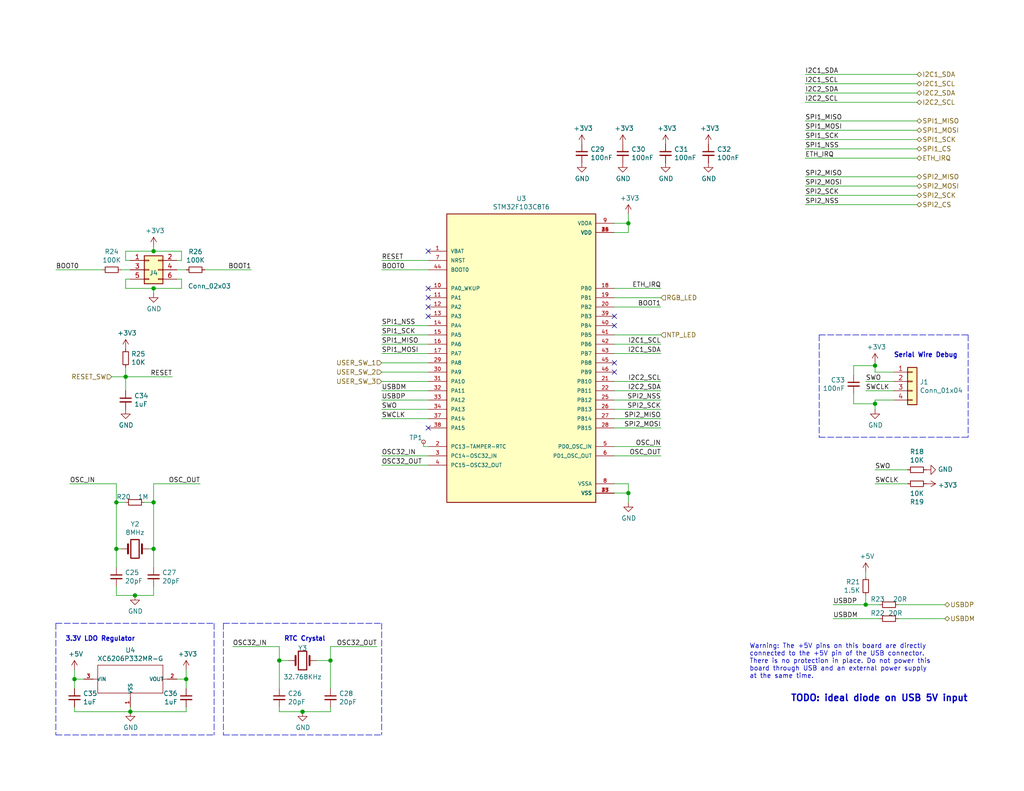
<source format=kicad_sch>
(kicad_sch (version 20201015) (generator eeschema)
  (paper "USLetter")
  (title_block (title "NA-01 Time Computer") (date "2021-03-26") (rev "B") (company "github.com/westrik") (comment 1 "MFW007"))
  (lib_symbols
    (symbol "Connector:TestPoint_Small" (pin_numbers hide) (pin_names (offset 0.762) hide)
      (property "Reference" "TP" (at 0 3.81 0))
      (property "Value" "TestPoint_Small" (at 0 2.032 0))
      (symbol "TestPoint_Small_0_1"
        (circle (center 0 0) (radius 0.508))
      )
      (symbol "TestPoint_Small_1_1"
        (pin passive line (at 0 0 90) (length 0) (name "1") (number "1"))
      )
    )
    (symbol "Connector_Generic:Conn_01x04" (pin_names (offset 1.016) hide)
      (property "Reference" "J" (at 0 5.08 0))
      (property "Value" "Conn_01x04" (at 0 -7.62 0))
      (symbol "Conn_01x04_1_1"
        (rectangle (start -1.27 -4.953) (end 0 -5.207) (stroke (width 0.1524)))
        (rectangle (start -1.27 -2.413) (end 0 -2.667) (stroke (width 0.1524)))
        (rectangle (start -1.27 2.667) (end 0 2.413) (stroke (width 0.1524)))
        (rectangle (start -1.27 3.81) (end 1.27 -6.35) (stroke (width 0.254)) (fill (type background)))
        (rectangle (start -1.27 0.127) (end 0 -0.127) (stroke (width 0.1524)))
        (pin passive line (at -5.08 2.54 0) (length 3.81) (name "Pin_1") (number "1"))
        (pin passive line (at -5.08 0 0) (length 3.81) (name "Pin_2") (number "2"))
        (pin passive line (at -5.08 -2.54 0) (length 3.81) (name "Pin_3") (number "3"))
        (pin passive line (at -5.08 -5.08 0) (length 3.81) (name "Pin_4") (number "4"))
      )
    )
    (symbol "Connector_Generic:Conn_02x03_Odd_Even" (pin_names (offset 1.016) hide)
      (property "Reference" "J" (at 1.27 5.08 0))
      (property "Value" "Conn_02x03_Odd_Even" (at 1.27 -5.08 0))
      (symbol "Conn_02x03_Odd_Even_1_1"
        (rectangle (start -1.27 -2.413) (end 0 -2.667) (stroke (width 0.1524)))
        (rectangle (start -1.27 2.667) (end 0 2.413) (stroke (width 0.1524)))
        (rectangle (start -1.27 3.81) (end 3.81 -3.81) (stroke (width 0.254)) (fill (type background)))
        (rectangle (start -1.27 0.127) (end 0 -0.127) (stroke (width 0.1524)))
        (rectangle (start 3.81 -2.413) (end 2.54 -2.667) (stroke (width 0.1524)))
        (rectangle (start 3.81 2.667) (end 2.54 2.413) (stroke (width 0.1524)))
        (rectangle (start 3.81 0.127) (end 2.54 -0.127) (stroke (width 0.1524)))
        (pin passive line (at -5.08 2.54 0) (length 3.81) (name "Pin_1") (number "1"))
        (pin passive line (at 7.62 2.54 180) (length 3.81) (name "Pin_2") (number "2"))
        (pin passive line (at -5.08 0 0) (length 3.81) (name "Pin_3") (number "3"))
        (pin passive line (at 7.62 0 180) (length 3.81) (name "Pin_4") (number "4"))
        (pin passive line (at -5.08 -2.54 0) (length 3.81) (name "Pin_5") (number "5"))
        (pin passive line (at 7.62 -2.54 180) (length 3.81) (name "Pin_6") (number "6"))
      )
    )
    (symbol "Device:C_Small" (pin_numbers hide) (pin_names (offset 0.254) hide)
      (property "Reference" "C" (at 0.254 1.778 0))
      (property "Value" "C_Small" (at 0.254 -2.032 0))
      (symbol "C_Small_0_1"
        (polyline (pts (xy -1.524 -0.508) (xy 1.524 -0.508)) (stroke (width 0.3302)))
        (polyline (pts (xy -1.524 0.508) (xy 1.524 0.508)) (stroke (width 0.3048)))
      )
      (symbol "C_Small_1_1"
        (pin passive line (at 0 2.54 270) (length 2.032) (name "~") (number "1"))
        (pin passive line (at 0 -2.54 90) (length 2.032) (name "~") (number "2"))
      )
    )
    (symbol "Device:Crystal" (pin_numbers hide) (pin_names (offset 1.016) hide)
      (property "Reference" "Y" (at 0 3.81 0))
      (property "Value" "Crystal" (at 0 -3.81 0))
      (symbol "Crystal_0_1"
        (rectangle (start -1.143 2.54) (end 1.143 -2.54) (stroke (width 0.3048)))
        (polyline (pts (xy -2.54 0) (xy -1.905 0)))
        (polyline (pts (xy -1.905 -1.27) (xy -1.905 1.27)) (stroke (width 0.508)))
        (polyline (pts (xy 1.905 -1.27) (xy 1.905 1.27)) (stroke (width 0.508)))
        (polyline (pts (xy 2.54 0) (xy 1.905 0)))
      )
      (symbol "Crystal_1_1"
        (pin passive line (at -3.81 0 0) (length 1.27) (name "1") (number "1"))
        (pin passive line (at 3.81 0 180) (length 1.27) (name "2") (number "2"))
      )
    )
    (symbol "Device:R_Small" (pin_numbers hide) (pin_names (offset 0.254) hide)
      (property "Reference" "R" (at 0.762 0.508 0))
      (property "Value" "R_Small" (at 0.762 -1.016 0))
      (symbol "R_Small_0_1"
        (rectangle (start -0.762 1.778) (end 0.762 -1.778) (stroke (width 0.2032)))
      )
      (symbol "R_Small_1_1"
        (pin passive line (at 0 2.54 270) (length 0.762) (name "~") (number "1"))
        (pin passive line (at 0 -2.54 90) (length 0.762) (name "~") (number "2"))
      )
    )
    (symbol "PMIC-LDO-XC6206P332MR-G_SOT23_:PMIC-LDO-XC6206P332MR-G(SOT23)" (pin_names (offset 1.016))
      (property "Reference" "U" (at -8.89 5.08 0))
      (property "Value" "PMIC-LDO-XC6206P332MR-G(SOT23)" (at -1.27 5.08 0))
      (symbol "PMIC-LDO-XC6206P332MR-G(SOT23)_0_0"
        (polyline (pts (xy -8.89 3.81) (xy 8.89 3.81)) (stroke (width 0.1524)))
        (polyline (pts (xy 8.89 3.81) (xy 8.89 0)) (stroke (width 0.1524)))
        (polyline (pts (xy 8.89 0) (xy 8.89 -3.81)) (stroke (width 0.1524)))
        (polyline (pts (xy 8.89 -3.81) (xy 0 -3.81)) (stroke (width 0.1524)))
        (polyline (pts (xy 0 -3.81) (xy -8.89 -3.81)) (stroke (width 0.1524)))
        (polyline (pts (xy -8.89 -3.81) (xy -8.89 0)) (stroke (width 0.1524)))
        (polyline (pts (xy -8.89 0) (xy -8.89 3.81)) (stroke (width 0.1524)))
        (polyline (pts (xy -10.16 0) (xy -8.89 0)) (stroke (width 0.1524)))
        (polyline (pts (xy 0 -5.08) (xy 0 -3.81)) (stroke (width 0.1524)))
        (polyline (pts (xy 10.16 0) (xy 8.89 0)) (stroke (width 0.1524)))
        (pin input line (at -12.7 0 0) (length 2.54) (name "VIN") (number "3"))
        (pin output line (at 12.7 0 180) (length 2.54) (name "VOUT") (number "2"))
        (pin output line (at 0 -7.62 90) (length 2.54) (name "VSS") (number "1"))
      )
    )
    (symbol "STM32F103C8T6:STM32F103C8T6" (pin_names (offset 1.016))
      (property "Reference" "U" (at -20.32 41.275 0))
      (property "Value" "STM32F103C8T6" (at -20.32 -40.64 0))
      (symbol "STM32F103C8T6_0_0"
        (rectangle (start -20.32 -38.1) (end 20.32 40.64) (stroke (width 0.254)) (fill (type background)))
        (pin bidirectional line (at -25.4 30.48 0) (length 5.08) (name "VBAT") (number "1"))
        (pin bidirectional line (at -25.4 -22.86 0) (length 5.08) (name "PC13-TAMPER-RTC") (number "2"))
        (pin bidirectional line (at -25.4 -25.4 0) (length 5.08) (name "PC14-OSC32_IN") (number "3"))
        (pin bidirectional line (at -25.4 -27.94 0) (length 5.08) (name "PC15-OSC32_OUT") (number "4"))
        (pin bidirectional line (at 25.4 -22.86 180) (length 5.08) (name "PD0_OSC_IN") (number "5"))
        (pin bidirectional line (at 25.4 -25.4 180) (length 5.08) (name "PD1_OSC_OUT") (number "6"))
        (pin input line (at -25.4 27.94 0) (length 5.08) (name "NRST") (number "7"))
        (pin power_in line (at 25.4 -33.02 180) (length 5.08) (name "VSSA") (number "8"))
        (pin power_in line (at 25.4 38.1 180) (length 5.08) (name "VDDA") (number "9"))
        (pin bidirectional line (at -25.4 20.32 0) (length 5.08) (name "PA0_WKUP") (number "10"))
        (pin bidirectional line (at -25.4 17.78 0) (length 5.08) (name "PA1") (number "11"))
        (pin bidirectional line (at -25.4 15.24 0) (length 5.08) (name "PA2") (number "12"))
        (pin bidirectional line (at -25.4 12.7 0) (length 5.08) (name "PA3") (number "13"))
        (pin bidirectional line (at -25.4 10.16 0) (length 5.08) (name "PA4") (number "14"))
        (pin bidirectional line (at -25.4 7.62 0) (length 5.08) (name "PA5") (number "15"))
        (pin bidirectional line (at -25.4 5.08 0) (length 5.08) (name "PA6") (number "16"))
        (pin bidirectional line (at -25.4 2.54 0) (length 5.08) (name "PA7") (number "17"))
        (pin bidirectional line (at 25.4 20.32 180) (length 5.08) (name "PB0") (number "18"))
        (pin bidirectional line (at 25.4 17.78 180) (length 5.08) (name "PB1") (number "19"))
        (pin bidirectional line (at 25.4 15.24 180) (length 5.08) (name "PB2") (number "20"))
        (pin bidirectional line (at 25.4 -5.08 180) (length 5.08) (name "PB10") (number "21"))
        (pin bidirectional line (at 25.4 -7.62 180) (length 5.08) (name "PB11") (number "22"))
        (pin power_in line (at 25.4 -35.56 180) (length 5.08) (name "VSS") (number "23"))
        (pin power_in line (at 25.4 -35.56 180) (length 5.08) (name "VSS") (number "35"))
        (pin power_in line (at 25.4 -35.56 180) (length 5.08) (name "VSS") (number "47"))
        (pin power_in line (at 25.4 35.56 180) (length 5.08) (name "VDD") (number "24"))
        (pin power_in line (at 25.4 35.56 180) (length 5.08) (name "VDD") (number "36"))
        (pin power_in line (at 25.4 35.56 180) (length 5.08) (name "VDD") (number "48"))
        (pin bidirectional line (at 25.4 -10.16 180) (length 5.08) (name "PB12") (number "25"))
        (pin bidirectional line (at 25.4 -12.7 180) (length 5.08) (name "PB13") (number "26"))
        (pin bidirectional line (at 25.4 -15.24 180) (length 5.08) (name "PB14") (number "27"))
        (pin bidirectional line (at 25.4 -17.78 180) (length 5.08) (name "PB15") (number "28"))
        (pin bidirectional line (at -25.4 0 0) (length 5.08) (name "PA8") (number "29"))
        (pin bidirectional line (at -25.4 -2.54 0) (length 5.08) (name "PA9") (number "30"))
        (pin bidirectional line (at -25.4 -5.08 0) (length 5.08) (name "PA10") (number "31"))
        (pin bidirectional line (at -25.4 -7.62 0) (length 5.08) (name "PA11") (number "32"))
        (pin bidirectional line (at -25.4 -10.16 0) (length 5.08) (name "PA12") (number "33"))
        (pin bidirectional line (at -25.4 -12.7 0) (length 5.08) (name "PA13") (number "34"))
        (pin bidirectional line (at -25.4 -15.24 0) (length 5.08) (name "PA14") (number "37"))
        (pin bidirectional line (at -25.4 -17.78 0) (length 5.08) (name "PA15") (number "38"))
        (pin bidirectional line (at 25.4 12.7 180) (length 5.08) (name "PB3") (number "39"))
        (pin bidirectional line (at 25.4 10.16 180) (length 5.08) (name "PB4") (number "40"))
        (pin bidirectional line (at 25.4 7.62 180) (length 5.08) (name "PB5") (number "41"))
        (pin bidirectional line (at 25.4 5.08 180) (length 5.08) (name "PB6") (number "42"))
        (pin bidirectional line (at 25.4 2.54 180) (length 5.08) (name "PB7") (number "43"))
        (pin input line (at -25.4 25.4 0) (length 5.08) (name "BOOT0") (number "44"))
        (pin bidirectional line (at 25.4 0 180) (length 5.08) (name "PB8") (number "45"))
        (pin bidirectional line (at 25.4 -2.54 180) (length 5.08) (name "PB9") (number "46"))
      )
    )
    (symbol "power:+3V3" (power) (pin_names (offset 0))
      (property "Value" "+3V3" (at 0 3.556 0))
      (symbol "+3V3_0_1"
        (polyline (pts (xy -0.762 1.27) (xy 0 2.54)))
        (polyline (pts (xy 0 0) (xy 0 2.54)))
        (polyline (pts (xy 0 2.54) (xy 0.762 1.27)))
      )
      (symbol "+3V3_1_1"
        (pin power_in line (at 0 0 90) (length 0) hide (name "+3V3") (number "1"))
      )
    )
    (symbol "power:+5V" (power) (pin_names (offset 0))
      (property "Value" "+5V" (at 0 3.556 0))
      (symbol "+5V_0_1"
        (polyline (pts (xy -0.762 1.27) (xy 0 2.54)))
        (polyline (pts (xy 0 0) (xy 0 2.54)))
        (polyline (pts (xy 0 2.54) (xy 0.762 1.27)))
      )
      (symbol "+5V_1_1"
        (pin power_in line (at 0 0 90) (length 0) hide (name "+5V") (number "1"))
      )
    )
    (symbol "power:GND" (power) (pin_names (offset 0))
      (property "Value" "GND" (at 0 -3.81 0))
      (symbol "GND_0_1"
        (polyline (pts (xy 0 0) (xy 0 -1.27) (xy 1.27 -1.27) (xy 0 -2.54) (xy -1.27 -1.27) (xy 0 -1.27)))
      )
      (symbol "GND_1_1"
        (pin power_in line (at 0 0 270) (length 0) hide (name "GND") (number "1"))
      )
    )
  )
  (junction (at 20.32 185.42) (diameter 1.016))
  (junction (at 31.75 137.16) (diameter 1.016))
  (junction (at 31.75 149.86) (diameter 1.016))
  (junction (at 34.29 102.87) (diameter 1.016))
  (junction (at 35.56 194.31) (diameter 1.016))
  (junction (at 36.83 162.56) (diameter 1.016))
  (junction (at 41.91 68.58) (diameter 1.016))
  (junction (at 41.91 78.74) (diameter 1.016))
  (junction (at 41.91 137.16) (diameter 1.016))
  (junction (at 41.91 149.86) (diameter 1.016))
  (junction (at 50.8 185.42) (diameter 1.016))
  (junction (at 76.2 180.34) (diameter 1.016))
  (junction (at 82.55 194.31) (diameter 1.016))
  (junction (at 90.17 180.34) (diameter 1.016))
  (junction (at 171.45 60.96) (diameter 1.016))
  (junction (at 171.45 134.62) (diameter 1.016))
  (junction (at 236.22 165.1) (diameter 1.016))
  (junction (at 238.76 99.822) (diameter 1.016))
  (junction (at 238.76 110.236) (diameter 1.016))
  (no_connect (at 116.84 68.58))
  (no_connect (at 116.84 78.74))
  (no_connect (at 116.84 81.28))
  (no_connect (at 116.84 83.82))
  (no_connect (at 116.84 86.36))
  (no_connect (at 116.84 116.84))
  (no_connect (at 167.64 86.36))
  (no_connect (at 167.64 88.9))
  (no_connect (at 167.64 99.06))
  (no_connect (at 167.64 101.6))
  (wire (pts (xy 15.24 73.66) (xy 27.94 73.66)))
  (wire (pts (xy 19.05 132.08) (xy 31.75 132.08)))
  (wire (pts (xy 20.32 182.88) (xy 20.32 185.42)))
  (wire (pts (xy 20.32 185.42) (xy 20.32 187.96)))
  (wire (pts (xy 20.32 185.42) (xy 22.86 185.42)))
  (wire (pts (xy 20.32 193.04) (xy 20.32 194.31)))
  (wire (pts (xy 20.32 194.31) (xy 35.56 194.31)))
  (wire (pts (xy 31.75 132.08) (xy 31.75 137.16)))
  (wire (pts (xy 31.75 137.16) (xy 31.75 149.86)))
  (wire (pts (xy 31.75 149.86) (xy 31.75 154.94)))
  (wire (pts (xy 31.75 162.56) (xy 31.75 160.02)))
  (wire (pts (xy 33.02 73.66) (xy 35.56 73.66)))
  (wire (pts (xy 33.02 149.86) (xy 31.75 149.86)))
  (wire (pts (xy 34.29 68.58) (xy 41.91 68.58)))
  (wire (pts (xy 34.29 71.12) (xy 34.29 68.58)))
  (wire (pts (xy 34.29 76.2) (xy 34.29 78.74)))
  (wire (pts (xy 34.29 78.74) (xy 41.91 78.74)))
  (wire (pts (xy 34.29 100.33) (xy 34.29 102.87)))
  (wire (pts (xy 34.29 102.87) (xy 30.48 102.87)))
  (wire (pts (xy 34.29 102.87) (xy 34.29 106.68)))
  (wire (pts (xy 34.29 137.16) (xy 31.75 137.16)))
  (wire (pts (xy 35.56 71.12) (xy 34.29 71.12)))
  (wire (pts (xy 35.56 76.2) (xy 34.29 76.2)))
  (wire (pts (xy 35.56 193.04) (xy 35.56 194.31)))
  (wire (pts (xy 35.56 194.31) (xy 50.8 194.31)))
  (wire (pts (xy 36.83 162.56) (xy 31.75 162.56)))
  (wire (pts (xy 39.37 137.16) (xy 41.91 137.16)))
  (wire (pts (xy 40.64 149.86) (xy 41.91 149.86)))
  (wire (pts (xy 41.91 68.58) (xy 41.91 67.31)))
  (wire (pts (xy 41.91 68.58) (xy 49.53 68.58)))
  (wire (pts (xy 41.91 78.74) (xy 41.91 80.01)))
  (wire (pts (xy 41.91 78.74) (xy 49.53 78.74)))
  (wire (pts (xy 41.91 132.08) (xy 41.91 137.16)))
  (wire (pts (xy 41.91 137.16) (xy 41.91 149.86)))
  (wire (pts (xy 41.91 149.86) (xy 41.91 154.94)))
  (wire (pts (xy 41.91 160.02) (xy 41.91 162.56)))
  (wire (pts (xy 41.91 162.56) (xy 36.83 162.56)))
  (wire (pts (xy 46.99 102.87) (xy 34.29 102.87)))
  (wire (pts (xy 48.26 71.12) (xy 49.53 71.12)))
  (wire (pts (xy 48.26 73.66) (xy 50.8 73.66)))
  (wire (pts (xy 48.26 76.2) (xy 49.53 76.2)))
  (wire (pts (xy 48.26 185.42) (xy 50.8 185.42)))
  (wire (pts (xy 49.53 71.12) (xy 49.53 68.58)))
  (wire (pts (xy 49.53 76.2) (xy 49.53 78.74)))
  (wire (pts (xy 50.8 185.42) (xy 50.8 182.88)))
  (wire (pts (xy 50.8 185.42) (xy 50.8 187.96)))
  (wire (pts (xy 50.8 193.04) (xy 50.8 194.31)))
  (wire (pts (xy 54.61 132.08) (xy 41.91 132.08)))
  (wire (pts (xy 63.5 176.53) (xy 76.2 176.53)))
  (wire (pts (xy 68.58 73.66) (xy 55.88 73.66)))
  (wire (pts (xy 76.2 176.53) (xy 76.2 180.34)))
  (wire (pts (xy 76.2 180.34) (xy 76.2 187.96)))
  (wire (pts (xy 76.2 193.04) (xy 76.2 194.31)))
  (wire (pts (xy 76.2 194.31) (xy 82.55 194.31)))
  (wire (pts (xy 78.74 180.34) (xy 76.2 180.34)))
  (wire (pts (xy 82.55 194.31) (xy 90.17 194.31)))
  (wire (pts (xy 90.17 176.53) (xy 90.17 180.34)))
  (wire (pts (xy 90.17 180.34) (xy 86.36 180.34)))
  (wire (pts (xy 90.17 187.96) (xy 90.17 180.34)))
  (wire (pts (xy 90.17 194.31) (xy 90.17 193.04)))
  (wire (pts (xy 102.87 176.53) (xy 90.17 176.53)))
  (wire (pts (xy 104.14 71.12) (xy 116.84 71.12)))
  (wire (pts (xy 104.14 73.66) (xy 116.84 73.66)))
  (wire (pts (xy 104.14 88.9) (xy 116.84 88.9)))
  (wire (pts (xy 104.14 91.44) (xy 116.84 91.44)))
  (wire (pts (xy 104.14 93.98) (xy 116.84 93.98)))
  (wire (pts (xy 104.14 96.52) (xy 116.84 96.52)))
  (wire (pts (xy 104.14 99.06) (xy 116.84 99.06)))
  (wire (pts (xy 104.14 101.6) (xy 116.84 101.6)))
  (wire (pts (xy 104.14 104.14) (xy 116.84 104.14)))
  (wire (pts (xy 104.14 106.68) (xy 116.84 106.68)))
  (wire (pts (xy 104.14 109.22) (xy 116.84 109.22)))
  (wire (pts (xy 104.14 111.76) (xy 116.84 111.76)))
  (wire (pts (xy 104.14 114.3) (xy 116.84 114.3)))
  (wire (pts (xy 104.14 124.46) (xy 116.84 124.46)))
  (wire (pts (xy 104.14 127) (xy 116.84 127)))
  (wire (pts (xy 115.57 121.92) (xy 115.57 120.65)))
  (wire (pts (xy 116.84 121.92) (xy 115.57 121.92)))
  (wire (pts (xy 167.64 60.96) (xy 171.45 60.96)))
  (wire (pts (xy 167.64 63.5) (xy 171.45 63.5)))
  (wire (pts (xy 167.64 132.08) (xy 171.45 132.08)))
  (wire (pts (xy 167.64 134.62) (xy 171.45 134.62)))
  (wire (pts (xy 171.45 58.42) (xy 171.45 60.96)))
  (wire (pts (xy 171.45 60.96) (xy 171.45 63.5)))
  (wire (pts (xy 171.45 134.62) (xy 171.45 132.08)))
  (wire (pts (xy 171.45 137.16) (xy 171.45 134.62)))
  (wire (pts (xy 180.34 78.74) (xy 167.64 78.74)))
  (wire (pts (xy 180.34 81.28) (xy 167.64 81.28)))
  (wire (pts (xy 180.34 83.82) (xy 167.64 83.82)))
  (wire (pts (xy 180.34 91.44) (xy 167.64 91.44)))
  (wire (pts (xy 180.34 93.98) (xy 167.64 93.98)))
  (wire (pts (xy 180.34 96.52) (xy 167.64 96.52)))
  (wire (pts (xy 180.34 104.14) (xy 167.64 104.14)))
  (wire (pts (xy 180.34 106.68) (xy 167.64 106.68)))
  (wire (pts (xy 180.34 109.22) (xy 167.64 109.22)))
  (wire (pts (xy 180.34 111.76) (xy 167.64 111.76)))
  (wire (pts (xy 180.34 114.3) (xy 167.64 114.3)))
  (wire (pts (xy 180.34 116.84) (xy 167.64 116.84)))
  (wire (pts (xy 180.34 121.92) (xy 167.64 121.92)))
  (wire (pts (xy 180.34 124.46) (xy 167.64 124.46)))
  (wire (pts (xy 219.71 20.32) (xy 250.19 20.32)))
  (wire (pts (xy 219.71 22.86) (xy 250.19 22.86)))
  (wire (pts (xy 219.71 25.4) (xy 250.19 25.4)))
  (wire (pts (xy 219.71 27.94) (xy 250.19 27.94)))
  (wire (pts (xy 219.71 33.02) (xy 250.19 33.02)))
  (wire (pts (xy 219.71 35.56) (xy 250.19 35.56)))
  (wire (pts (xy 219.71 38.1) (xy 250.19 38.1)))
  (wire (pts (xy 219.71 40.64) (xy 250.19 40.64)))
  (wire (pts (xy 219.71 43.18) (xy 250.19 43.18)))
  (wire (pts (xy 219.71 48.26) (xy 250.19 48.26)))
  (wire (pts (xy 219.71 50.8) (xy 250.19 50.8)))
  (wire (pts (xy 219.71 53.34) (xy 250.19 53.34)))
  (wire (pts (xy 219.71 55.88) (xy 250.19 55.88)))
  (wire (pts (xy 227.33 165.1) (xy 236.22 165.1)))
  (wire (pts (xy 227.33 168.91) (xy 240.03 168.91)))
  (wire (pts (xy 232.918 99.822) (xy 238.76 99.822)))
  (wire (pts (xy 232.918 102.362) (xy 232.918 99.822)))
  (wire (pts (xy 232.918 107.442) (xy 232.918 110.236)))
  (wire (pts (xy 232.918 110.236) (xy 238.76 110.236)))
  (wire (pts (xy 236.22 104.14) (xy 243.84 104.14)))
  (wire (pts (xy 236.22 106.68) (xy 243.84 106.68)))
  (wire (pts (xy 236.22 156.21) (xy 236.22 157.48)))
  (wire (pts (xy 236.22 162.56) (xy 236.22 165.1)))
  (wire (pts (xy 236.22 165.1) (xy 240.03 165.1)))
  (wire (pts (xy 238.76 99.06) (xy 238.76 99.822)))
  (wire (pts (xy 238.76 99.822) (xy 238.76 101.6)))
  (wire (pts (xy 238.76 101.6) (xy 243.84 101.6)))
  (wire (pts (xy 238.76 109.22) (xy 238.76 110.236)))
  (wire (pts (xy 238.76 109.22) (xy 243.84 109.22)))
  (wire (pts (xy 238.76 110.236) (xy 238.76 111.76)))
  (wire (pts (xy 238.76 128.27) (xy 247.65 128.27)))
  (wire (pts (xy 238.76 132.08) (xy 247.65 132.08)))
  (wire (pts (xy 245.11 165.1) (xy 257.81 165.1)))
  (wire (pts (xy 245.11 168.91) (xy 257.81 168.91)))
  (polyline (pts (xy 15.24 170.18) (xy 15.24 200.66)) (stroke (width 0) (type dash)))
  (polyline (pts (xy 15.24 170.18) (xy 58.42 170.18)) (stroke (width 0) (type dash)))
  (polyline (pts (xy 15.24 200.66) (xy 58.42 200.66)) (stroke (width 0) (type dash)))
  (polyline (pts (xy 58.42 170.18) (xy 58.42 200.66)) (stroke (width 0) (type dash)))
  (polyline (pts (xy 60.96 170.18) (xy 60.96 200.66)) (stroke (width 0) (type dash)))
  (polyline (pts (xy 60.96 170.18) (xy 104.14 170.18)) (stroke (width 0) (type dash)))
  (polyline (pts (xy 60.96 200.66) (xy 104.14 200.66)) (stroke (width 0) (type dash)))
  (polyline (pts (xy 104.14 170.18) (xy 104.14 200.66)) (stroke (width 0) (type dash)))
  (polyline (pts (xy 223.52 91.44) (xy 223.52 119.38)) (stroke (width 0) (type dash)))
  (polyline (pts (xy 223.52 91.44) (xy 264.16 91.44)) (stroke (width 0) (type dash)))
  (polyline (pts (xy 223.52 119.38) (xy 264.16 119.38)) (stroke (width 0) (type dash)))
  (polyline (pts (xy 264.16 91.44) (xy 264.16 119.38)) (stroke (width 0) (type dash)))
  (text "3.3V LDO Regulator" (at 17.78 175.26 0) (effects (font (size 1.27 1.27) (thickness 0.254) bold) (justify left bottom)))
  (text "RTC Crystal" (at 77.47 175.26 0) (effects (font (size 1.27 1.27) (thickness 0.254) bold) (justify left bottom)))
  (text "Warning: The +5V pins on this board are directly \nconnected to the +5V pin of the USB connector.\nThere is no protection in place. Do not power this\nboard through USB and an external power supply\nat the same time." (at 204.47 185.42 0) (effects (font (size 1.27 1.27)) (justify left bottom)))
  (text "Serial Wire Debug" (at 243.84 97.79 0) (effects (font (size 1.27 1.27) (thickness 0.254) bold) (justify left bottom)))
  (text "TODO: ideal diode on USB 5V input" (at 264.16 191.77 180) (effects (font (size 1.778 1.778) (thickness 0.3556) bold) (justify right bottom)))
  (label "BOOT0" (at 15.24 73.66 0))
  (label "OSC_IN" (at 19.05 132.08 0))
  (label "RESET" (at 46.99 102.87 180))
  (label "OSC_OUT" (at 54.61 132.08 180))
  (label "OSC32_IN" (at 63.5 176.53 0))
  (label "BOOT1" (at 68.58 73.66 180))
  (label "OSC32_OUT" (at 102.87 176.53 180))
  (label "RESET" (at 104.14 71.12 0))
  (label "BOOT0" (at 104.14 73.66 0))
  (label "SPI1_NSS" (at 104.14 88.9 0))
  (label "SPI1_SCK" (at 104.14 91.44 0))
  (label "SPI1_MISO" (at 104.14 93.98 0))
  (label "SPI1_MOSI" (at 104.14 96.52 0))
  (label "USBDM" (at 104.14 106.68 0))
  (label "USBDP" (at 104.14 109.22 0))
  (label "SWO" (at 104.14 111.76 0))
  (label "SWCLK" (at 104.14 114.3 0))
  (label "OSC32_IN" (at 104.14 124.46 0))
  (label "OSC32_OUT" (at 104.14 127 0))
  (label "ETH_IRQ" (at 180.34 78.74 180))
  (label "BOOT1" (at 180.34 83.82 180))
  (label "I2C1_SCL" (at 180.34 93.98 180))
  (label "I2C1_SDA" (at 180.34 96.52 180))
  (label "I2C2_SCL" (at 180.34 104.14 180))
  (label "I2C2_SDA" (at 180.34 106.68 180))
  (label "SPI2_NSS" (at 180.34 109.22 180))
  (label "SPI2_SCK" (at 180.34 111.76 180))
  (label "SPI2_MISO" (at 180.34 114.3 180))
  (label "SPI2_MOSI" (at 180.34 116.84 180))
  (label "OSC_IN" (at 180.34 121.92 180))
  (label "OSC_OUT" (at 180.34 124.46 180))
  (label "I2C1_SDA" (at 219.71 20.32 0))
  (label "I2C1_SCL" (at 219.71 22.86 0))
  (label "I2C2_SDA" (at 219.71 25.4 0))
  (label "I2C2_SCL" (at 219.71 27.94 0))
  (label "SPI1_MISO" (at 219.71 33.02 0))
  (label "SPI1_MOSI" (at 219.71 35.56 0))
  (label "SPI1_SCK" (at 219.71 38.1 0))
  (label "SPI1_NSS" (at 219.71 40.64 0))
  (label "ETH_IRQ" (at 219.71 43.18 0))
  (label "SPI2_MISO" (at 219.71 48.26 0))
  (label "SPI2_MOSI" (at 219.71 50.8 0))
  (label "SPI2_SCK" (at 219.71 53.34 0))
  (label "SPI2_NSS" (at 219.71 55.88 0))
  (label "USBDP" (at 227.33 165.1 0))
  (label "USBDM" (at 227.33 168.91 0))
  (label "SWO" (at 236.22 104.14 0))
  (label "SWCLK" (at 236.22 106.68 0))
  (label "SWO" (at 238.76 128.27 0))
  (label "SWCLK" (at 238.76 132.08 0))
  (hierarchical_label "RESET_SW" (shape input) (at 30.48 102.87 180))
  (hierarchical_label "USER_SW_1" (shape input) (at 104.14 99.06 180))
  (hierarchical_label "USER_SW_2" (shape input) (at 104.14 101.6 180))
  (hierarchical_label "USER_SW_3" (shape input) (at 104.14 104.14 180))
  (hierarchical_label "RGB_LED" (shape input) (at 180.34 81.28 0))
  (hierarchical_label "NTP_LED" (shape input) (at 180.34 91.44 0))
  (hierarchical_label "I2C1_SDA" (shape bidirectional) (at 250.19 20.32 0))
  (hierarchical_label "I2C1_SCL" (shape bidirectional) (at 250.19 22.86 0))
  (hierarchical_label "I2C2_SDA" (shape bidirectional) (at 250.19 25.4 0))
  (hierarchical_label "I2C2_SCL" (shape bidirectional) (at 250.19 27.94 0))
  (hierarchical_label "SPI1_MISO" (shape bidirectional) (at 250.19 33.02 0))
  (hierarchical_label "SPI1_MOSI" (shape bidirectional) (at 250.19 35.56 0))
  (hierarchical_label "SPI1_SCK" (shape bidirectional) (at 250.19 38.1 0))
  (hierarchical_label "SPI1_CS" (shape bidirectional) (at 250.19 40.64 0))
  (hierarchical_label "ETH_IRQ" (shape bidirectional) (at 250.19 43.18 0))
  (hierarchical_label "SPI2_MISO" (shape bidirectional) (at 250.19 48.26 0))
  (hierarchical_label "SPI2_MOSI" (shape bidirectional) (at 250.19 50.8 0))
  (hierarchical_label "SPI2_SCK" (shape bidirectional) (at 250.19 53.34 0))
  (hierarchical_label "SPI2_CS" (shape bidirectional) (at 250.19 55.88 0))
  (hierarchical_label "USBDP" (shape bidirectional) (at 257.81 165.1 0))
  (hierarchical_label "USBDM" (shape bidirectional) (at 257.81 168.91 0))
  (symbol (lib_id "Connector:TestPoint_Small") (at 115.57 120.65 270) (unit 1)
    (property "Reference" "TP1" (at 111.6331 119.5006 90) (effects (justify left)))
    (property "Value" "TAMPER-RTC" (effects hide))
    (property "Footprint" "TestPoint:TestPoint_Keystone_5010-5014_Multipurpose" (effects hide))
    (property "LCSC Part Number" "N/A" (effects hide))
  )
  (symbol (lib_id "power:+5V") (at 20.32 182.88 0) (unit 1)
    (property "Reference" "#PWR0145" (effects hide))
    (property "Value" "+5V" (at 20.6883 178.5556 0))
  )
  (symbol (lib_id "power:+3V3") (at 34.29 95.25 0) (unit 1)
    (property "Reference" "#PWR01" (effects hide))
    (property "Value" "+3V3" (at 34.6583 90.9256 0))
  )
  (symbol (lib_id "power:+3V3") (at 41.91 67.31 0) (unit 1)
    (property "Reference" "#PWR03" (effects hide))
    (property "Value" "+3V3" (at 42.2783 62.9856 0))
  )
  (symbol (lib_id "power:+3V3") (at 50.8 182.88 0) (unit 1)
    (property "Reference" "#PWR0147" (effects hide))
    (property "Value" "+3V3" (at 51.1683 178.5556 0))
  )
  (symbol (lib_id "power:+3V3") (at 158.75 39.37 0) (unit 1)
    (property "Reference" "#PWR06" (effects hide))
    (property "Value" "+3V3" (at 159.1183 35.0456 0))
  )
  (symbol (lib_id "power:+3V3") (at 169.926 39.37 0) (unit 1)
    (property "Reference" "#PWR08" (effects hide))
    (property "Value" "+3V3" (at 170.2943 35.0456 0))
  )
  (symbol (lib_id "power:+3V3") (at 171.45 58.42 0) (unit 1)
    (property "Reference" "#PWR010" (effects hide))
    (property "Value" "+3V3" (at 171.8183 54.0956 0))
  )
  (symbol (lib_id "power:+3V3") (at 181.61 39.37 0) (unit 1)
    (property "Reference" "#PWR012" (effects hide))
    (property "Value" "+3V3" (at 181.9783 35.0456 0))
  )
  (symbol (lib_id "power:+3V3") (at 193.294 39.37 0) (unit 1)
    (property "Reference" "#PWR014" (effects hide))
    (property "Value" "+3V3" (at 193.6623 35.0456 0))
  )
  (symbol (lib_id "power:+5V") (at 236.22 156.21 0) (unit 1)
    (property "Reference" "#PWR016" (effects hide))
    (property "Value" "+5V" (at 236.5883 151.8856 0))
  )
  (symbol (lib_id "power:+3V3") (at 238.76 99.06 0) (unit 1)
    (property "Reference" "#PWR0148" (effects hide))
    (property "Value" "+3V3" (at 239.1283 94.7356 0))
  )
  (symbol (lib_id "power:+3V3") (at 252.73 132.08 270) (unit 1)
    (property "Reference" "#PWR019" (effects hide))
    (property "Value" "+3V3" (at 255.9051 132.4483 90) (effects (justify left)))
  )
  (symbol (lib_id "power:GND") (at 34.29 111.76 0) (unit 1)
    (property "Reference" "#PWR02" (effects hide))
    (property "Value" "GND" (at 34.4043 116.0844 0))
  )
  (symbol (lib_id "power:GND") (at 35.56 194.31 0) (unit 1)
    (property "Reference" "#PWR0146" (effects hide))
    (property "Value" "GND" (at 35.6743 198.6344 0))
  )
  (symbol (lib_id "power:GND") (at 36.83 162.56 0) (unit 1)
    (property "Reference" "#PWR017" (effects hide))
    (property "Value" "GND" (at 36.9443 166.8844 0))
  )
  (symbol (lib_id "power:GND") (at 41.91 80.01 0) (unit 1)
    (property "Reference" "#PWR04" (effects hide))
    (property "Value" "GND" (at 42.0243 84.3344 0))
  )
  (symbol (lib_id "power:GND") (at 82.55 194.31 0) (unit 1)
    (property "Reference" "#PWR05" (effects hide))
    (property "Value" "GND" (at 82.6643 198.6344 0))
  )
  (symbol (lib_id "power:GND") (at 158.75 44.45 0) (unit 1)
    (property "Reference" "#PWR07" (effects hide))
    (property "Value" "GND" (at 158.8643 48.7744 0))
  )
  (symbol (lib_id "power:GND") (at 169.926 44.45 0) (unit 1)
    (property "Reference" "#PWR09" (effects hide))
    (property "Value" "GND" (at 170.0403 48.7744 0))
  )
  (symbol (lib_id "power:GND") (at 171.45 137.16 0) (unit 1)
    (property "Reference" "#PWR011" (effects hide))
    (property "Value" "GND" (at 171.5643 141.4844 0))
  )
  (symbol (lib_id "power:GND") (at 181.61 44.45 0) (unit 1)
    (property "Reference" "#PWR013" (effects hide))
    (property "Value" "GND" (at 181.7243 48.7744 0))
  )
  (symbol (lib_id "power:GND") (at 193.294 44.45 0) (unit 1)
    (property "Reference" "#PWR015" (effects hide))
    (property "Value" "GND" (at 193.4083 48.7744 0))
  )
  (symbol (lib_id "power:GND") (at 238.76 111.76 0) (unit 1)
    (property "Reference" "#PWR0149" (effects hide))
    (property "Value" "GND" (at 238.8743 116.0844 0))
  )
  (symbol (lib_id "power:GND") (at 252.73 128.27 90) (unit 1)
    (property "Reference" "#PWR018" (effects hide))
    (property "Value" "GND" (at 255.9051 128.1557 90) (effects (justify right)))
  )
  (symbol (lib_id "Device:R_Small") (at 30.48 73.66 90) (unit 1)
    (property "Reference" "R24" (at 30.48 68.7132 90))
    (property "Value" "100K" (at 30.48 71.0184 90))
    (property "Footprint" "Resistor_SMD:R_0402_1005Metric" (effects hide))
  )
  (symbol (lib_id "Device:R_Small") (at 34.29 97.79 0) (unit 1)
    (property "Reference" "R25" (at 35.7887 96.6406 0) (effects (justify left)))
    (property "Value" "10K" (at 35.7886 98.933 0) (effects (justify left)))
    (property "Footprint" "Resistor_SMD:R_0402_1005Metric" (effects hide))
  )
  (symbol (lib_id "Device:R_Small") (at 36.83 137.16 90) (unit 1)
    (property "Reference" "R20" (at 35.6806 135.6613 90) (effects (justify left)))
    (property "Value" "1M" (at 40.513 135.6614 90) (effects (justify left)))
    (property "Footprint" "Resistor_SMD:R_0402_1005Metric" (effects hide))
  )
  (symbol (lib_id "Device:R_Small") (at 53.34 73.66 90) (unit 1)
    (property "Reference" "R26" (at 53.34 68.7132 90))
    (property "Value" "100K" (at 53.34 71.0184 90))
    (property "Footprint" "Resistor_SMD:R_0402_1005Metric" (effects hide))
  )
  (symbol (lib_id "Device:R_Small") (at 236.22 160.02 0) (mirror y) (unit 1)
    (property "Reference" "R21" (at 234.7213 158.8706 0) (effects (justify left)))
    (property "Value" "1.5K" (at 234.7214 161.163 0) (effects (justify left)))
    (property "Footprint" "Resistor_SMD:R_0402_1005Metric" (effects hide))
  )
  (symbol (lib_id "Device:R_Small") (at 242.57 165.1 90) (unit 1)
    (property "Reference" "R23" (at 241.4206 163.6013 90) (effects (justify left)))
    (property "Value" "20R" (at 247.523 163.6014 90) (effects (justify left)))
    (property "Footprint" "Resistor_SMD:R_0603_1608Metric" (effects hide))
  )
  (symbol (lib_id "Device:R_Small") (at 242.57 168.91 90) (unit 1)
    (property "Reference" "R22" (at 241.4206 167.4113 90) (effects (justify left)))
    (property "Value" "20R" (at 246.253 167.4114 90) (effects (justify left)))
    (property "Footprint" "Resistor_SMD:R_0603_1608Metric" (effects hide))
  )
  (symbol (lib_id "Device:R_Small") (at 250.19 128.27 90) (unit 1)
    (property "Reference" "R18" (at 250.19 123.3232 90))
    (property "Value" "10K" (at 250.19 125.6284 90))
    (property "Footprint" "Resistor_SMD:R_0402_1005Metric" (effects hide))
  )
  (symbol (lib_id "Device:R_Small") (at 250.19 132.08 270) (unit 1)
    (property "Reference" "R19" (at 250.19 137.0268 90))
    (property "Value" "10K" (at 250.19 134.7216 90))
    (property "Footprint" "Resistor_SMD:R_0402_1005Metric" (effects hide))
  )
  (symbol (lib_id "Device:C_Small") (at 20.32 190.5 0) (unit 1)
    (property "Reference" "C35" (at 22.6442 189.3506 0) (effects (justify left)))
    (property "Value" "1uF" (at 22.6568 191.643 0) (effects (justify left)))
    (property "Footprint" "Capacitor_SMD:C_0402_1005Metric" (effects hide))
    (property "LCSC Part Number" "C52923" (effects hide))
  )
  (symbol (lib_id "Device:C_Small") (at 31.75 157.48 0) (unit 1)
    (property "Reference" "C25" (at 34.0742 156.3306 0) (effects (justify left)))
    (property "Value" "20pF" (at 34.0742 158.6293 0) (effects (justify left)))
    (property "Footprint" "Capacitor_SMD:C_0402_1005Metric" (effects hide))
    (property "LCSC Part Number" "C1554" (effects hide))
  )
  (symbol (lib_id "Device:C_Small") (at 34.29 109.22 0) (unit 1)
    (property "Reference" "C34" (at 36.6142 108.0706 0) (effects (justify left)))
    (property "Value" "1uF" (at 36.6268 110.363 0) (effects (justify left)))
    (property "Footprint" "Capacitor_SMD:C_0402_1005Metric" (effects hide))
    (property "LCSC Part Number" "C52923" (effects hide))
  )
  (symbol (lib_id "Device:C_Small") (at 41.91 157.48 0) (unit 1)
    (property "Reference" "C27" (at 44.2342 156.3306 0) (effects (justify left)))
    (property "Value" "20pF" (at 44.2342 158.6293 0) (effects (justify left)))
    (property "Footprint" "Capacitor_SMD:C_0402_1005Metric" (effects hide))
    (property "LCSC Part Number" "C1554" (effects hide))
  )
  (symbol (lib_id "Device:C_Small") (at 50.8 190.5 0) (mirror y) (unit 1)
    (property "Reference" "C36" (at 48.4758 189.3506 0) (effects (justify left)))
    (property "Value" "1uF" (at 48.4632 191.643 0) (effects (justify left)))
    (property "Footprint" "Capacitor_SMD:C_0402_1005Metric" (effects hide))
    (property "LCSC Part Number" "C52923" (effects hide))
  )
  (symbol (lib_id "Device:C_Small") (at 76.2 190.5 0) (unit 1)
    (property "Reference" "C26" (at 78.5242 189.3506 0) (effects (justify left)))
    (property "Value" "20pF" (at 78.5368 191.643 0) (effects (justify left)))
    (property "Footprint" "Capacitor_SMD:C_0402_1005Metric" (effects hide))
    (property "LCSC Part Number" "C1554" (effects hide))
  )
  (symbol (lib_id "Device:C_Small") (at 90.17 190.5 0) (unit 1)
    (property "Reference" "C28" (at 92.4942 189.3506 0) (effects (justify left)))
    (property "Value" "20pF" (at 92.5068 191.643 0) (effects (justify left)))
    (property "Footprint" "Capacitor_SMD:C_0402_1005Metric" (effects hide))
    (property "LCSC Part Number" "C1554" (effects hide))
  )
  (symbol (lib_id "Device:C_Small") (at 158.75 41.91 0) (unit 1)
    (property "Reference" "C29" (at 161.0742 40.7606 0) (effects (justify left)))
    (property "Value" "100nF" (at 161.0868 43.053 0) (effects (justify left)))
    (property "Footprint" "Capacitor_SMD:C_0402_1005Metric" (effects hide))
    (property "LCSC Part Number" "C1525" (effects hide))
  )
  (symbol (lib_id "Device:C_Small") (at 169.926 41.91 0) (unit 1)
    (property "Reference" "C30" (at 172.2502 40.7606 0) (effects (justify left)))
    (property "Value" "100nF" (at 172.2628 43.053 0) (effects (justify left)))
    (property "Footprint" "Capacitor_SMD:C_0402_1005Metric" (effects hide))
    (property "LCSC Part Number" "C1525" (effects hide))
  )
  (symbol (lib_id "Device:C_Small") (at 181.61 41.91 0) (unit 1)
    (property "Reference" "C31" (at 183.9342 40.7606 0) (effects (justify left)))
    (property "Value" "100nF" (at 183.9468 43.053 0) (effects (justify left)))
    (property "Footprint" "Capacitor_SMD:C_0402_1005Metric" (effects hide))
    (property "LCSC Part Number" "C1525" (effects hide))
  )
  (symbol (lib_id "Device:C_Small") (at 193.294 41.91 0) (unit 1)
    (property "Reference" "C32" (at 195.6182 40.7606 0) (effects (justify left)))
    (property "Value" "100nF" (at 195.6308 43.053 0) (effects (justify left)))
    (property "Footprint" "Capacitor_SMD:C_0402_1005Metric" (effects hide))
    (property "LCSC Part Number" "C1525" (effects hide))
  )
  (symbol (lib_id "Device:C_Small") (at 232.918 104.902 0) (mirror y) (unit 1)
    (property "Reference" "C33" (at 230.5938 103.7526 0) (effects (justify left)))
    (property "Value" "100nF" (at 230.5812 106.045 0) (effects (justify left)))
    (property "Footprint" "Capacitor_SMD:C_0402_1005Metric" (effects hide))
    (property "LCSC Part Number" "C1525" (effects hide))
  )
  (symbol (lib_id "Device:Crystal") (at 36.83 149.86 0) (unit 1)
    (property "Reference" "Y2" (at 36.83 143.0844 0))
    (property "Value" "8MHz" (at 36.83 145.3831 0))
    (property "Footprint" "Crystal:Crystal_SMD_5032-2Pin_5.0x3.2mm" (effects hide))
    (property "Manufacturer" "Yangxing Tech" (effects hide))
    (property "Manufacturer Part Number" "X50328MSB2GI" (effects hide))
    (property "LCSC Part Number" "C115962" (effects hide))
  )
  (symbol (lib_id "Device:Crystal") (at 82.55 180.34 180) (unit 1)
    (property "Reference" "Y3" (at 82.55 176.9556 0))
    (property "Value" "32.768KHz" (at 82.55 184.8169 0))
    (property "Footprint" "Crystal:Crystal_SMD_3215-2Pin_3.2x1.5mm" (effects hide))
    (property "Manufacturer" "Seiko Epson" (effects hide))
    (property "Manufacturer Part Number" "Q13FC1350000400" (effects hide))
    (property "LCSC Part Number" "C32346" (effects hide))
  )
  (symbol (lib_id "Connector_Generic:Conn_01x04") (at 248.92 104.14 0) (unit 1)
    (property "Reference" "J1" (at 250.9521 104.3114 0) (effects (justify left)))
    (property "Value" "Conn_01x04" (at 250.9521 106.6101 0) (effects (justify left)))
    (property "Footprint" "Connector_PinHeader_2.54mm:PinHeader_1x04_P2.54mm_Vertical" (effects hide))
    (property "LCSC Part Number" "N/A" (effects hide))
  )
  (symbol (lib_id "Connector_Generic:Conn_02x03_Odd_Even") (at 40.64 73.66 0) (unit 1)
    (property "Reference" "J4" (at 41.91 74.5298 0))
    (property "Value" "Conn_02x03" (at 57.15 78.105 0))
    (property "Footprint" "Connector_PinHeader_2.54mm:PinHeader_2x03_P2.54mm_Vertical" (effects hide))
    (property "LCSC Part Number" "N/A" (effects hide))
  )
  (symbol (lib_id "PMIC-LDO-XC6206P332MR-G_SOT23_:PMIC-LDO-XC6206P332MR-G(SOT23)") (at 35.56 185.42 0) (unit 1)
    (property "Reference" "U4" (at 35.56 177.5263 0))
    (property "Value" "XC6206P332MR-G" (at 35.56 179.825 0))
    (property "Footprint" "Package_TO_SOT_SMD:SOT-23" (effects hide))
    (property "VALUE" "XC6206P332MR-G-SOT23" (effects hide))
    (property "MPN" "XC6206P332MR-G" (effects hide))
    (property "LCSC Part Number" "C5446" (effects hide))
  )
  (symbol (lib_id "STM32F103C8T6:STM32F103C8T6") (at 142.24 99.06 0) (unit 1)
    (property "Reference" "U3" (at 142.24 54.2098 0))
    (property "Value" "STM32F103C8T6" (at 142.24 56.5085 0))
    (property "Footprint" "Package_QFP:LQFP-48_7x7mm_P0.5mm" (effects hide))
    (property "MANUFACTURER" "ST Microelectronics" (effects hide))
    (property "PARTREV" "10" (effects hide))
    (property "STANDARD" "IPC7351B" (effects hide))
  )
)
</source>
